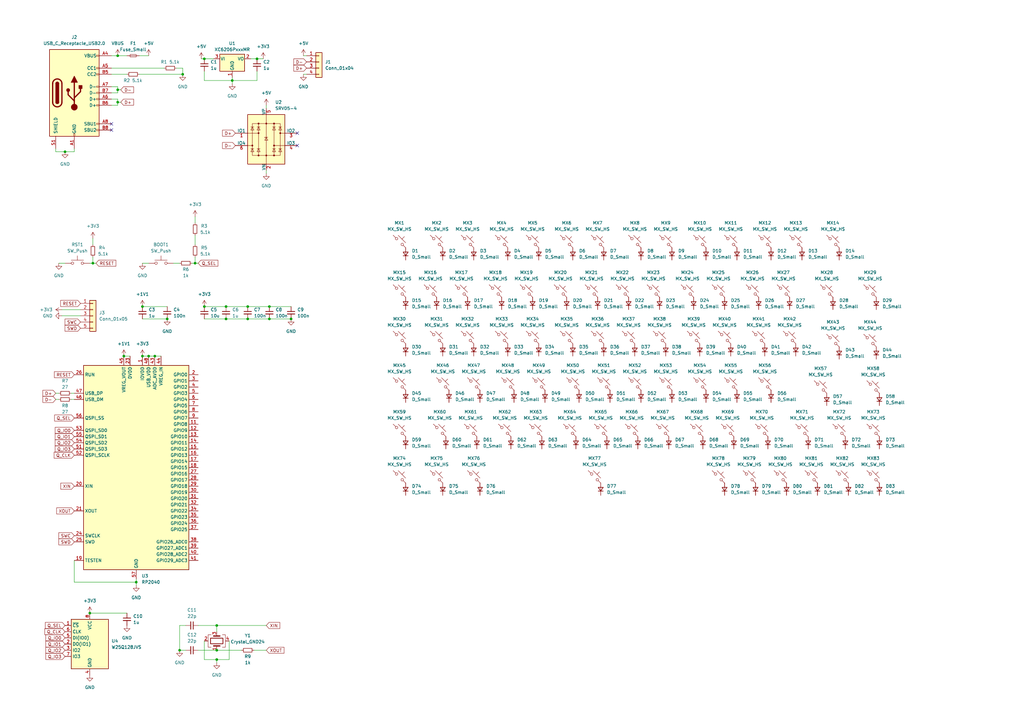
<source format=kicad_sch>
(kicad_sch (version 20230121) (generator eeschema)
  (paper "A3")
  (junction (at 88.9 270.51))
  (junction (at 58.42 125.73))
  (junction (at 48.26 41.91))
  (junction (at 92.71 125.73))
  (junction (at 38.1 107.95))
  (junction (at 60.96 146.05))
  (junction (at 88.9 256.54))
  (junction (at 83.82 125.73))
  (junction (at 110.49 130.81))
  (junction (at 119.38 130.81))
  (junction (at 26.67 62.23))
  (junction (at 73.66 266.7))
  (junction (at 105.41 24.13))
  (junction (at 68.58 130.81))
  (junction (at 63.5 146.05))
  (junction (at 101.6 125.73))
  (junction (at 58.42 146.05))
  (junction (at 88.9 266.7))
  (junction (at 74.93 30.48))
  (junction (at 48.26 22.86))
  (junction (at 83.82 24.13))
  (junction (at 92.71 130.81))
  (junction (at 55.88 238.76))
  (junction (at 101.6 130.81))
  (junction (at 80.01 107.95))
  (junction (at 36.83 251.46))
  (junction (at 110.49 125.73))
  (junction (at 50.8 146.05))
  (junction (at 48.26 36.83))
  (junction (at 95.25 33.02))
  (no_connect (at 45.72 53.34))
  (no_connect (at 45.72 50.8))
  (no_connect (at 121.92 54.61))
  (no_connect (at 121.92 59.69))
  (wire (pts (xy 74.93 30.48) (xy 57.15 30.48)))
  (wire (pts (xy 82.55 24.13) (xy 83.82 24.13)))
  (wire (pts (xy 22.86 62.23) (xy 26.67 62.23)))
  (wire (pts (xy 73.66 256.54) (xy 76.2 256.54)))
  (wire (pts (xy 80.01 96.52) (xy 80.01 100.33)))
  (wire (pts (xy 25.4 129.54) (xy 33.02 129.54)))
  (wire (pts (xy 105.41 24.13) (xy 107.95 24.13)))
  (wire (pts (xy 92.71 125.73) (xy 101.6 125.73)))
  (wire (pts (xy 109.22 71.12) (xy 109.22 69.85)))
  (wire (pts (xy 45.72 30.48) (xy 52.07 30.48)))
  (wire (pts (xy 83.82 24.13) (xy 87.63 24.13)))
  (wire (pts (xy 22.86 60.96) (xy 22.86 62.23)))
  (wire (pts (xy 48.26 43.18) (xy 45.72 43.18)))
  (wire (pts (xy 30.48 238.76) (xy 30.48 229.87)))
  (wire (pts (xy 55.88 237.49) (xy 55.88 238.76)))
  (wire (pts (xy 88.9 266.7) (xy 99.06 266.7)))
  (wire (pts (xy 58.42 146.05) (xy 60.96 146.05)))
  (wire (pts (xy 72.39 27.94) (xy 74.93 27.94)))
  (wire (pts (xy 83.82 33.02) (xy 95.25 33.02)))
  (wire (pts (xy 26.67 62.23) (xy 30.48 62.23)))
  (wire (pts (xy 95.25 33.02) (xy 95.25 31.75)))
  (wire (pts (xy 105.41 33.02) (xy 105.41 29.21)))
  (wire (pts (xy 48.26 22.86) (xy 52.07 22.86)))
  (wire (pts (xy 58.42 125.73) (xy 68.58 125.73)))
  (wire (pts (xy 73.66 266.7) (xy 73.66 256.54)))
  (wire (pts (xy 109.22 43.18) (xy 109.22 44.45)))
  (wire (pts (xy 78.74 107.95) (xy 80.01 107.95)))
  (wire (pts (xy 92.71 130.81) (xy 101.6 130.81)))
  (wire (pts (xy 63.5 146.05) (xy 66.04 146.05)))
  (wire (pts (xy 80.01 105.41) (xy 80.01 107.95)))
  (wire (pts (xy 29.21 163.83) (xy 30.48 163.83)))
  (wire (pts (xy 80.01 88.9) (xy 80.01 91.44)))
  (wire (pts (xy 22.86 161.29) (xy 24.13 161.29)))
  (wire (pts (xy 83.82 270.51) (xy 83.82 262.89)))
  (wire (pts (xy 25.4 127) (xy 33.02 127)))
  (wire (pts (xy 55.88 238.76) (xy 55.88 240.03)))
  (wire (pts (xy 48.26 36.83) (xy 48.26 38.1)))
  (wire (pts (xy 39.37 107.95) (xy 38.1 107.95)))
  (wire (pts (xy 95.25 33.02) (xy 105.41 33.02)))
  (wire (pts (xy 110.49 130.81) (xy 119.38 130.81)))
  (wire (pts (xy 38.1 107.95) (xy 36.83 107.95)))
  (wire (pts (xy 124.46 30.48) (xy 125.73 30.48)))
  (wire (pts (xy 76.2 266.7) (xy 73.66 266.7)))
  (wire (pts (xy 74.93 27.94) (xy 74.93 30.48)))
  (wire (pts (xy 55.88 238.76) (xy 30.48 238.76)))
  (wire (pts (xy 50.8 146.05) (xy 53.34 146.05)))
  (wire (pts (xy 83.82 125.73) (xy 92.71 125.73)))
  (wire (pts (xy 101.6 130.81) (xy 110.49 130.81)))
  (wire (pts (xy 60.96 146.05) (xy 63.5 146.05)))
  (wire (pts (xy 101.6 125.73) (xy 110.49 125.73)))
  (wire (pts (xy 93.98 270.51) (xy 88.9 270.51)))
  (wire (pts (xy 49.53 41.91) (xy 48.26 41.91)))
  (wire (pts (xy 48.26 41.91) (xy 48.26 43.18)))
  (wire (pts (xy 88.9 256.54) (xy 88.9 259.08)))
  (wire (pts (xy 29.21 161.29) (xy 30.48 161.29)))
  (wire (pts (xy 83.82 130.81) (xy 92.71 130.81)))
  (wire (pts (xy 88.9 271.78) (xy 88.9 270.51)))
  (wire (pts (xy 38.1 105.41) (xy 38.1 107.95)))
  (wire (pts (xy 45.72 22.86) (xy 48.26 22.86)))
  (wire (pts (xy 48.26 38.1) (xy 45.72 38.1)))
  (wire (pts (xy 45.72 40.64) (xy 48.26 40.64)))
  (wire (pts (xy 45.72 35.56) (xy 48.26 35.56)))
  (wire (pts (xy 49.53 36.83) (xy 48.26 36.83)))
  (wire (pts (xy 81.28 266.7) (xy 88.9 266.7)))
  (wire (pts (xy 88.9 256.54) (xy 109.22 256.54)))
  (wire (pts (xy 83.82 29.21) (xy 83.82 33.02)))
  (wire (pts (xy 88.9 270.51) (xy 83.82 270.51)))
  (wire (pts (xy 80.01 107.95) (xy 81.28 107.95)))
  (wire (pts (xy 104.14 266.7) (xy 109.22 266.7)))
  (wire (pts (xy 30.48 62.23) (xy 30.48 60.96)))
  (wire (pts (xy 45.72 27.94) (xy 67.31 27.94)))
  (wire (pts (xy 58.42 130.81) (xy 68.58 130.81)))
  (wire (pts (xy 24.13 107.95) (xy 26.67 107.95)))
  (wire (pts (xy 48.26 35.56) (xy 48.26 36.83)))
  (wire (pts (xy 95.25 34.29) (xy 95.25 33.02)))
  (wire (pts (xy 81.28 256.54) (xy 88.9 256.54)))
  (wire (pts (xy 48.26 40.64) (xy 48.26 41.91)))
  (wire (pts (xy 38.1 97.79) (xy 38.1 100.33)))
  (wire (pts (xy 58.42 107.95) (xy 60.96 107.95)))
  (wire (pts (xy 57.15 22.86) (xy 60.96 22.86)))
  (wire (pts (xy 22.86 163.83) (xy 24.13 163.83)))
  (wire (pts (xy 71.12 107.95) (xy 73.66 107.95)))
  (wire (pts (xy 110.49 125.73) (xy 119.38 125.73)))
  (wire (pts (xy 124.46 22.86) (xy 125.73 22.86)))
  (wire (pts (xy 102.87 24.13) (xy 105.41 24.13)))
  (wire (pts (xy 93.98 262.89) (xy 93.98 270.51)))
  (wire (pts (xy 36.83 251.46) (xy 52.07 251.46)))
  (global_label "Q_IO0" (shape input) (at 30.48 176.53 180) (property "Intersheetrefs" "${INTERSHEET_REFS}" (effects hide)))
  (global_label "D+" (shape input) (at 49.53 41.91 0) (property "Intersheetrefs" "${INTERSHEET_REFS}" (effects hide)))
  (global_label "RESET" (shape input) (at 33.02 124.46 180) (property "Intersheetrefs" "${INTERSHEET_REFS}" (effects hide)))
  (global_label "Q_CLK" (shape input) (at 30.48 186.69 180) (property "Intersheetrefs" "${INTERSHEET_REFS}" (effects hide)))
  (global_label "SWC" (shape input) (at 30.48 219.71 180) (property "Intersheetrefs" "${INTERSHEET_REFS}" (effects hide)))
  (global_label "SWD" (shape input) (at 30.48 222.25 180) (property "Intersheetrefs" "${INTERSHEET_REFS}" (effects hide)))
  (global_label "Q_IO2" (shape input) (at 30.48 181.61 180) (property "Intersheetrefs" "${INTERSHEET_REFS}" (effects hide)))
  (global_label "XIN" (shape input) (at 109.22 256.54 0) (property "Intersheetrefs" "${INTERSHEET_REFS}" (effects hide)))
  (global_label "XOUT" (shape input) (at 30.48 209.55 180) (property "Intersheetrefs" "${INTERSHEET_REFS}" (effects hide)))
  (global_label "SWC" (shape input) (at 33.02 132.08 180) (property "Intersheetrefs" "${INTERSHEET_REFS}" (effects hide)))
  (global_label "D-" (shape input) (at 22.86 163.83 180) (property "Intersheetrefs" "${INTERSHEET_REFS}" (effects hide)))
  (global_label "Q_SEL" (shape input) (at 81.28 107.95 0) (property "Intersheetrefs" "${INTERSHEET_REFS}" (effects hide)))
  (global_label "Q_IO0" (shape input) (at 26.67 261.62 180) (property "Intersheetrefs" "${INTERSHEET_REFS}" (effects hide)))
  (global_label "Q_IO3" (shape input) (at 26.67 269.24 180) (property "Intersheetrefs" "${INTERSHEET_REFS}" (effects hide)))
  (global_label "SWD" (shape input) (at 33.02 134.62 180) (property "Intersheetrefs" "${INTERSHEET_REFS}" (effects hide)))
  (global_label "XIN" (shape input) (at 30.48 199.39 180) (property "Intersheetrefs" "${INTERSHEET_REFS}" (effects hide)))
  (global_label "D-" (shape input) (at 96.52 59.69 180) (property "Intersheetrefs" "${INTERSHEET_REFS}" (effects hide)))
  (global_label "RESET" (shape input) (at 39.37 107.95 0) (property "Intersheetrefs" "${INTERSHEET_REFS}" (effects hide)))
  (global_label "Q_IO1" (shape input) (at 30.48 179.07 180) (property "Intersheetrefs" "${INTERSHEET_REFS}" (effects hide)))
  (global_label "XOUT" (shape input) (at 109.22 266.7 0) (property "Intersheetrefs" "${INTERSHEET_REFS}" (effects hide)))
  (global_label "Q_IO2" (shape input) (at 26.67 266.7 180) (property "Intersheetrefs" "${INTERSHEET_REFS}" (effects hide)))
  (global_label "D-" (shape input) (at 49.53 36.83 0) (property "Intersheetrefs" "${INTERSHEET_REFS}" (effects hide)))
  (global_label "Q_SEL" (shape input) (at 26.67 256.54 180) (property "Intersheetrefs" "${INTERSHEET_REFS}" (effects hide)))
  (global_label "D-" (shape input) (at 125.73 25.4 180) (property "Intersheetrefs" "${INTERSHEET_REFS}" (effects hide)))
  (global_label "D+" (shape input) (at 125.73 27.94 180) (property "Intersheetrefs" "${INTERSHEET_REFS}" (effects hide)))
  (global_label "D+" (shape input) (at 96.52 54.61 180) (property "Intersheetrefs" "${INTERSHEET_REFS}" (effects hide)))
  (global_label "Q_CLK" (shape input) (at 26.67 259.08 180) (property "Intersheetrefs" "${INTERSHEET_REFS}" (effects hide)))
  (global_label "Q_SEL" (shape input) (at 30.48 171.45 180) (property "Intersheetrefs" "${INTERSHEET_REFS}" (effects hide)))
  (global_label "Q_IO1" (shape input) (at 26.67 264.16 180) (property "Intersheetrefs" "${INTERSHEET_REFS}" (effects hide)))
  (global_label "D+" (shape input) (at 22.86 161.29 180) (property "Intersheetrefs" "${INTERSHEET_REFS}" (effects hide)))
  (global_label "Q_IO3" (shape input) (at 30.48 184.15 180) (property "Intersheetrefs" "${INTERSHEET_REFS}" (effects hide)))
  (global_label "RESET" (shape input) (at 30.48 153.67 180) (property "Intersheetrefs" "${INTERSHEET_REFS}" (effects hide)))
  (symbol (lib_id "Device:D_Small") (at 274.32 181.61 90) (unit 1)
    (property "Reference" "D67" (at 276.86 180.34 90) (effects (justify right)))
    (property "Value" "D_Small" (at 276.86 182.88 90) (effects (justify right)))
    (property "Sim.Device" "D" (effects hide))
    (property "Sim.Pins" "1=K 2=A" (effects hide))
  )
  (symbol (lib_id "PCM_marbastlib-mx:MX_SW_HS") (at 246.38 176.53 0) (unit 1)
    (property "Reference" "MX65" (at 246.38 168.91 0))
    (property "Value" "MX_SW_HS" (at 246.38 171.45 0))
    (property "Footprint" "PCM_marbastlib-mx:SW_MX_HS_1u" (effects hide))
  )
  (symbol (lib_id "Device:C_Small") (at 78.74 256.54 270) (unit 1)
    (property "Reference" "C11" (at 78.7336 250.19 90))
    (property "Value" "22p" (at 78.7336 252.73 90))
  )
  (symbol (lib_id "PCM_marbastlib-mx:MX_SW_HS") (at 163.83 176.53 0) (unit 1)
    (property "Reference" "MX59" (at 163.83 168.91 0))
    (property "Value" "MX_SW_HS" (at 163.83 171.45 0))
    (property "Footprint" "PCM_marbastlib-mx:SW_MX_HS_1u" (effects hide))
  )
  (symbol (lib_id "Device:D_Small") (at 166.37 143.51 90) (unit 1)
    (property "Reference" "D30" (at 168.91 142.24 90) (effects (justify right)))
    (property "Value" "D_Small" (at 168.91 144.78 90) (effects (justify right)))
    (property "Sim.Device" "D" (effects hide))
    (property "Sim.Pins" "1=K 2=A" (effects hide))
  )
  (symbol (lib_id "PCM_marbastlib-mx:MX_SW_HS") (at 205.74 138.43 0) (unit 1)
    (property "Reference" "MX33" (at 205.74 130.81 0))
    (property "Value" "MX_SW_HS" (at 205.74 133.35 0))
    (property "Footprint" "PCM_marbastlib-mx:SW_MX_HS_1u" (effects hide))
  )
  (symbol (lib_id "Connector_Generic:Conn_01x05") (at 38.1 129.54 0) (unit 1)
    (property "Reference" "J3" (at 40.64 128.27 0) (effects (justify left)))
    (property "Value" "Conn_01x05" (at 40.64 130.81 0) (effects (justify left)))
  )
  (symbol (lib_id "PCM_marbastlib-mx:MX_SW_HS") (at 203.2 119.38 0) (unit 1)
    (property "Reference" "MX18" (at 203.2 111.76 0))
    (property "Value" "MX_SW_HS" (at 203.2 114.3 0))
    (property "Footprint" "PCM_marbastlib-mx:SW_MX_HS_1u" (effects hide))
  )
  (symbol (lib_id "Device:D_Small") (at 331.47 181.61 90) (unit 1)
    (property "Reference" "D71" (at 334.01 180.34 90) (effects (justify right)))
    (property "Value" "D_Small" (at 334.01 182.88 90) (effects (justify right)))
    (property "Sim.Device" "D" (effects hide))
    (property "Sim.Pins" "1=K 2=A" (effects hide))
  )
  (symbol (lib_id "PCM_marbastlib-mx:MX_SW_HS") (at 219.71 176.53 0) (unit 1)
    (property "Reference" "MX63" (at 219.71 168.91 0))
    (property "Value" "MX_SW_HS" (at 219.71 171.45 0))
    (property "Footprint" "PCM_marbastlib-mx:SW_MX_HS_1u" (effects hide))
  )
  (symbol (lib_id "PCM_marbastlib-mx:MX_SW_HS") (at 191.77 99.06 0) (unit 1)
    (property "Reference" "MX3" (at 191.77 91.44 0))
    (property "Value" "MX_SW_HS" (at 191.77 93.98 0))
    (property "Footprint" "PCM_marbastlib-mx:SW_MX_HS_1u" (effects hide))
  )
  (symbol (lib_id "PCM_marbastlib-mx:MX_SW_HS") (at 356.87 119.38 0) (unit 1)
    (property "Reference" "MX29" (at 356.87 111.76 0))
    (property "Value" "MX_SW_HS" (at 356.87 114.3 0))
    (property "Footprint" "PCM_marbastlib-mx:SW_MX_HS_1u" (effects hide))
  )
  (symbol (lib_id "Device:D_Small") (at 275.59 162.56 90) (unit 1)
    (property "Reference" "D53" (at 278.13 161.29 90) (effects (justify right)))
    (property "Value" "D_Small" (at 278.13 163.83 90) (effects (justify right)))
    (property "Sim.Device" "D" (effects hide))
    (property "Sim.Pins" "1=K 2=A" (effects hide))
  )
  (symbol (lib_id "PCM_marbastlib-mx:MX_SW_HS") (at 194.31 195.58 0) (unit 1)
    (property "Reference" "MX76" (at 194.31 187.96 0))
    (property "Value" "MX_SW_HS" (at 194.31 190.5 0))
    (property "Footprint" "PCM_marbastlib-mx:SW_MX_HS_1u" (effects hide))
  )
  (symbol (lib_id "PCM_marbastlib-mx:MX_SW_HS") (at 308.61 119.38 0) (unit 1)
    (property "Reference" "MX26" (at 308.61 111.76 0))
    (property "Value" "MX_SW_HS" (at 308.61 114.3 0))
    (property "Footprint" "PCM_marbastlib-mx:SW_MX_HS_1u" (effects hide))
  )
  (symbol (lib_id "Device:D_Small") (at 181.61 200.66 90) (unit 1)
    (property "Reference" "D75" (at 184.15 199.39 90) (effects (justify right)))
    (property "Value" "D_Small" (at 184.15 201.93 90) (effects (justify right)))
    (property "Sim.Device" "D" (effects hide))
    (property "Sim.Pins" "1=K 2=A" (effects hide))
  )
  (symbol (lib_id "PCM_marbastlib-mx:MX_SW_HS") (at 299.72 99.06 0) (unit 1)
    (property "Reference" "MX11" (at 299.72 91.44 0))
    (property "Value" "MX_SW_HS" (at 299.72 93.98 0))
    (property "Footprint" "PCM_marbastlib-mx:SW_MX_HS_1u" (effects hide))
  )
  (symbol (lib_id "Device:D_Small") (at 323.85 124.46 90) (unit 1)
    (property "Reference" "D27" (at 326.39 123.19 90) (effects (justify right)))
    (property "Value" "D_Small" (at 326.39 125.73 90) (effects (justify right)))
    (property "Sim.Device" "D" (effects hide))
    (property "Sim.Pins" "1=K 2=A" (effects hide))
  )
  (symbol (lib_id "PCM_marbastlib-mx:MX_SW_HS") (at 332.74 195.58 0) (unit 1)
    (property "Reference" "MX81" (at 332.74 187.96 0))
    (property "Value" "MX_SW_HS" (at 332.74 190.5 0))
    (property "Footprint" "PCM_marbastlib-mx:SW_MX_HS_1u" (effects hide))
  )
  (symbol (lib_id "Device:D_Small") (at 287.02 143.51 90) (unit 1)
    (property "Reference" "D39" (at 289.56 142.24 90) (effects (justify right)))
    (property "Value" "D_Small" (at 289.56 144.78 90) (effects (justify right)))
    (property "Sim.Device" "D" (effects hide))
    (property "Sim.Pins" "1=K 2=A" (effects hide))
  )
  (symbol (lib_id "power:GND") (at 36.83 276.86 0) (unit 1)
    (property "Reference" "#PWR029" (effects hide))
    (property "Value" "GND" (at 36.83 281.94 0))
  )
  (symbol (lib_id "PCM_marbastlib-mx:MX_SW_HS") (at 271.78 176.53 0) (unit 1)
    (property "Reference" "MX67" (at 271.78 168.91 0))
    (property "Value" "MX_SW_HS" (at 271.78 171.45 0))
    (property "Footprint" "PCM_marbastlib-mx:SW_MX_HS_1u" (effects hide))
  )
  (symbol (lib_id "PCM_marbastlib-mx:MX_SW_HS") (at 312.42 176.53 0) (unit 1)
    (property "Reference" "MX70" (at 312.42 168.91 0))
    (property "Value" "MX_SW_HS" (at 312.42 171.45 0))
    (property "Footprint" "PCM_marbastlib-mx:SW_MX_HS_1u" (effects hide))
  )
  (symbol (lib_id "PCM_marbastlib-mx:MX_SW_HS") (at 358.14 195.58 0) (unit 1)
    (property "Reference" "MX83" (at 358.14 187.96 0))
    (property "Value" "MX_SW_HS" (at 358.14 190.5 0))
    (property "Footprint" "PCM_marbastlib-mx:SW_MX_HS_1u" (effects hide))
  )
  (symbol (lib_id "Device:D_Small") (at 262.89 162.56 90) (unit 1)
    (property "Reference" "D52" (at 265.43 161.29 90) (effects (justify right)))
    (property "Value" "D_Small" (at 265.43 163.83 90) (effects (justify right)))
    (property "Sim.Device" "D" (effects hide))
    (property "Sim.Pins" "1=K 2=A" (effects hide))
  )
  (symbol (lib_id "Device:D_Small") (at 191.77 124.46 90) (unit 1)
    (property "Reference" "D17" (at 194.31 123.19 90) (effects (justify right)))
    (property "Value" "D_Small" (at 194.31 125.73 90) (effects (justify right)))
    (property "Sim.Device" "D" (effects hide))
    (property "Sim.Pins" "1=K 2=A" (effects hide))
  )
  (symbol (lib_id "Device:D_Small") (at 232.41 124.46 90) (unit 1)
    (property "Reference" "D20" (at 234.95 123.19 90) (effects (justify right)))
    (property "Value" "D_Small" (at 234.95 125.73 90) (effects (justify right)))
    (property "Sim.Device" "D" (effects hide))
    (property "Sim.Pins" "1=K 2=A" (effects hide))
  )
  (symbol (lib_id "Device:C_Small") (at 92.71 128.27 0) (unit 1)
    (property "Reference" "C6" (at 95.25 127.0063 0) (effects (justify left)))
    (property "Value" "1u" (at 95.25 129.5463 0) (effects (justify left)))
  )
  (symbol (lib_id "Device:D_Small") (at 297.18 124.46 90) (unit 1)
    (property "Reference" "D25" (at 299.72 123.19 90) (effects (justify right)))
    (property "Value" "D_Small" (at 299.72 125.73 90) (effects (justify right)))
    (property "Sim.Device" "D" (effects hide))
    (property "Sim.Pins" "1=K 2=A" (effects hide))
  )
  (symbol (lib_id "Device:D_Small") (at 246.38 200.66 90) (unit 1)
    (property "Reference" "D77" (at 248.92 199.39 90) (effects (justify right)))
    (property "Value" "D_Small" (at 248.92 201.93 90) (effects (justify right)))
    (property "Sim.Device" "D" (effects hide))
    (property "Sim.Pins" "1=K 2=A" (effects hide))
  )
  (symbol (lib_id "PCM_marbastlib-mx:MX_SW_HS") (at 181.61 157.48 0) (unit 1)
    (property "Reference" "MX46" (at 181.61 149.86 0))
    (property "Value" "MX_SW_HS" (at 181.61 152.4 0))
    (property "Footprint" "PCM_marbastlib-mx:SW_MX_HS_1u" (effects hide))
  )
  (symbol (lib_id "Memory_Flash:W25Q128JVS") (at 36.83 264.16 0) (unit 1)
    (property "Reference" "U4" (at 45.72 262.89 0) (effects (justify left)))
    (property "Value" "W25Q128JVS" (at 45.72 265.43 0) (effects (justify left)))
    (property "Footprint" "Package_SO:SOIC-8_5.23x5.23mm_P1.27mm" (effects hide))
    (property "Datasheet" "http://www.winbond.com/resource-files/w25q128jv_dtr%20revc%2003272018%20plus.pdf" (effects hide))
  )
  (symbol (lib_id "Device:D_Small") (at 245.11 124.46 90) (unit 1)
    (property "Reference" "D21" (at 247.65 123.19 90) (effects (justify right)))
    (property "Value" "D_Small" (at 247.65 125.73 90) (effects (justify right)))
    (property "Sim.Device" "D" (effects hide))
    (property "Sim.Pins" "1=K 2=A" (effects hide))
  )
  (symbol (lib_id "power:+5V") (at 82.55 24.13 0) (unit 1)
    (property "Reference" "#PWR04" (effects hide))
    (property "Value" "+5V" (at 82.55 19.05 0))
  )
  (symbol (lib_id "PCM_marbastlib-mx:MX_SW_HS") (at 298.45 176.53 0) (unit 1)
    (property "Reference" "MX69" (at 298.45 168.91 0))
    (property "Value" "MX_SW_HS" (at 298.45 171.45 0))
    (property "Footprint" "PCM_marbastlib-mx:SW_MX_HS_1u" (effects hide))
  )
  (symbol (lib_id "PCM_marbastlib-mx:MX_SW_HS") (at 208.28 157.48 0) (unit 1)
    (property "Reference" "MX48" (at 208.28 149.86 0))
    (property "Value" "MX_SW_HS" (at 208.28 152.4 0))
    (property "Footprint" "PCM_marbastlib-mx:SW_MX_HS_1u" (effects hide))
  )
  (symbol (lib_id "Device:D_Small") (at 316.23 104.14 90) (unit 1)
    (property "Reference" "D12" (at 318.77 102.87 90) (effects (justify right)))
    (property "Value" "D_Small" (at 318.77 105.41 90) (effects (justify right)))
    (property "Sim.Device" "D" (effects hide))
    (property "Sim.Pins" "1=K 2=A" (effects hide))
  )
  (symbol (lib_id "PCM_marbastlib-mx:MX_SW_HS") (at 260.35 157.48 0) (unit 1)
    (property "Reference" "MX52" (at 260.35 149.86 0))
    (property "Value" "MX_SW_HS" (at 260.35 152.4 0))
    (property "Footprint" "PCM_marbastlib-mx:SW_MX_HS_1u" (effects hide))
  )
  (symbol (lib_id "Device:D_Small") (at 341.63 124.46 90) (unit 1)
    (property "Reference" "D28" (at 344.17 123.19 90) (effects (justify right)))
    (property "Value" "D_Small" (at 344.17 125.73 90) (effects (justify right)))
    (property "Sim.Device" "D" (effects hide))
    (property "Sim.Pins" "1=K 2=A" (effects hide))
  )
  (symbol (lib_id "power:+5V") (at 60.96 22.86 0) (unit 1)
    (property "Reference" "#PWR02" (effects hide))
    (property "Value" "+5V" (at 60.96 17.78 0))
  )
  (symbol (lib_id "PCM_marbastlib-mx:MX_SW_HS") (at 218.44 138.43 0) (unit 1)
    (property "Reference" "MX34" (at 218.44 130.81 0))
    (property "Value" "MX_SW_HS" (at 218.44 133.35 0))
    (property "Footprint" "PCM_marbastlib-mx:SW_MX_HS_1u" (effects hide))
  )
  (symbol (lib_id "Device:D_Small") (at 248.92 181.61 90) (unit 1)
    (property "Reference" "D65" (at 251.46 180.34 90) (effects (justify right)))
    (property "Value" "D_Small" (at 251.46 182.88 90) (effects (justify right)))
    (property "Sim.Device" "D" (effects hide))
    (property "Sim.Pins" "1=K 2=A" (effects hide))
  )
  (symbol (lib_id "Device:D_Small") (at 309.88 200.66 90) (unit 1)
    (property "Reference" "D79" (at 312.42 199.39 90) (effects (justify right)))
    (property "Value" "D_Small" (at 312.42 201.93 90) (effects (justify right)))
    (property "Sim.Device" "D" (effects hide))
    (property "Sim.Pins" "1=K 2=A" (effects hide))
  )
  (symbol (lib_id "PCM_marbastlib-mx:MX_SW_HS") (at 336.55 158.75 0) (unit 1)
    (property "Reference" "MX57" (at 336.55 151.13 0))
    (property "Value" "MX_SW_HS" (at 336.55 153.67 0))
    (property "Footprint" "PCM_marbastlib-mx:SW_MX_HS_1u" (effects hide))
  )
  (symbol (lib_id "PCM_marbastlib-mx:MX_SW_HS") (at 260.35 99.06 0) (unit 1)
    (property "Reference" "MX8" (at 260.35 91.44 0))
    (property "Value" "MX_SW_HS" (at 260.35 93.98 0))
    (property "Footprint" "PCM_marbastlib-mx:SW_MX_HS_1u" (effects hide))
  )
  (symbol (lib_id "power:+3V3") (at 83.82 125.73 0) (unit 1)
    (property "Reference" "#PWR017" (effects hide))
    (property "Value" "+3V3" (at 83.82 120.65 0))
  )
  (symbol (lib_id "PCM_marbastlib-mx:MX_SW_HS") (at 313.69 157.48 0) (unit 1)
    (property "Reference" "MX56" (at 313.69 149.86 0))
    (property "Value" "MX_SW_HS" (at 313.69 152.4 0))
    (property "Footprint" "PCM_marbastlib-mx:SW_MX_HS_1u" (effects hide))
  )
  (symbol (lib_id "power:+3V3") (at 107.95 24.13 0) (mirror y) (unit 1)
    (property "Reference" "#PWR05" (effects hide))
    (property "Value" "+3V3" (at 107.95 19.05 0))
  )
  (symbol (lib_id "Device:D_Small") (at 273.05 143.51 90) (unit 1)
    (property "Reference" "D38" (at 275.59 142.24 90) (effects (justify right)))
    (property "Value" "D_Small" (at 275.59 144.78 90) (effects (justify right)))
    (property "Sim.Device" "D" (effects hide))
    (property "Sim.Pins" "1=K 2=A" (effects hide))
  )
  (symbol (lib_id "PCM_marbastlib-mx:MX_SW_HS") (at 356.87 139.7 0) (unit 1)
    (property "Reference" "MX44" (at 356.87 132.08 0))
    (property "Value" "MX_SW_HS" (at 356.87 134.62 0))
    (property "Footprint" "PCM_marbastlib-mx:SW_MX_HS_1u" (effects hide))
  )
  (symbol (lib_id "power:GND") (at 74.93 30.48 0) (unit 1)
    (property "Reference" "#PWR06" (effects hide))
    (property "Value" "GND" (at 74.93 35.56 0))
  )
  (symbol (lib_id "PCM_marbastlib-mx:MX_SW_HS") (at 215.9 119.38 0) (unit 1)
    (property "Reference" "MX19" (at 215.9 111.76 0))
    (property "Value" "MX_SW_HS" (at 215.9 114.3 0))
    (property "Footprint" "PCM_marbastlib-mx:SW_MX_HS_1u" (effects hide))
  )
  (symbol (lib_id "Device:D_Small") (at 179.07 124.46 90) (unit 1)
    (property "Reference" "D16" (at 181.61 123.19 90) (effects (justify right)))
    (property "Value" "D_Small" (at 181.61 125.73 90) (effects (justify right)))
    (property "Sim.Device" "D" (effects hide))
    (property "Sim.Pins" "1=K 2=A" (effects hide))
  )
  (symbol (lib_id "Device:D_Small") (at 196.85 200.66 90) (unit 1)
    (property "Reference" "D76" (at 199.39 199.39 90) (effects (justify right)))
    (property "Value" "D_Small" (at 199.39 201.93 90) (effects (justify right)))
    (property "Sim.Device" "D" (effects hide))
    (property "Sim.Pins" "1=K 2=A" (effects hide))
  )
  (symbol (lib_id "power:GND") (at 124.46 30.48 0) (unit 1)
    (property "Reference" "#PWR07" (effects hide))
    (property "Value" "GND" (at 124.46 35.56 0))
  )
  (symbol (lib_id "Device:D_Small") (at 195.58 181.61 90) (unit 1)
    (property "Reference" "D61" (at 198.12 180.34 90) (effects (justify right)))
    (property "Value" "D_Small" (at 198.12 182.88 90) (effects (justify right)))
    (property "Sim.Device" "D" (effects hide))
    (property "Sim.Pins" "1=K 2=A" (effects hide))
  )
  (symbol (lib_id "Device:C_Small") (at 110.49 128.27 0) (unit 1)
    (property "Reference" "C8" (at 113.03 127.0063 0) (effects (justify left)))
    (property "Value" "100n" (at 113.03 129.5463 0) (effects (justify left)))
  )
  (symbol (lib_id "PCM_marbastlib-various:SRV05-4") (at 109.22 57.15 0) (unit 1)
    (property "Reference" "U2" (at 112.8461 41.91 0) (effects (justify left)))
    (property "Value" "SRV05-4" (at 112.8461 44.45 0) (effects (justify left)))
    (property "Footprint" "PCM_marbastlib-various:SOT-23-6-routable" (effects hide))
    (property "Datasheet" "http://www.onsemi.com/pub/Collateral/SRV05-4-D.PDF" (effects hide))
  )
  (symbol (lib_id "Device:D_Small") (at 360.68 163.83 90) (unit 1)
    (property "Reference" "D58" (at 363.22 162.56 90) (effects (justify right)))
    (property "Value" "D_Small" (at 363.22 165.1 90) (effects (justify right)))
    (property "Sim.Device" "D" (effects hide))
    (property "Sim.Pins" "1=K 2=A" (effects hide))
  )
  (symbol (lib_id "PCM_marbastlib-mx:MX_SW_HS") (at 320.04 195.58 0) (unit 1)
    (property "Reference" "MX80" (at 320.04 187.96 0))
    (property "Value" "MX_SW_HS" (at 320.04 190.5 0))
    (property "Footprint" "PCM_marbastlib-mx:SW_MX_HS_1u" (effects hide))
  )
  (symbol (lib_id "PCM_marbastlib-mx:MX_SW_HS") (at 299.72 157.48 0) (unit 1)
    (property "Reference" "MX55" (at 299.72 149.86 0))
    (property "Value" "MX_SW_HS" (at 299.72 152.4 0))
    (property "Footprint" "PCM_marbastlib-mx:SW_MX_HS_1u" (effects hide))
  )
  (symbol (lib_id "Device:D_Small") (at 360.68 200.66 90) (unit 1)
    (property "Reference" "D83" (at 363.22 199.39 90) (effects (justify right)))
    (property "Value" "D_Small" (at 363.22 201.93 90) (effects (justify right)))
    (property "Sim.Device" "D" (effects hide))
    (property "Sim.Pins" "1=K 2=A" (effects hide))
  )
  (symbol (lib_id "Device:Fuse_Small") (at 54.61 22.86 0) (unit 1)
    (property "Reference" "F1" (at 54.61 17.78 0))
    (property "Value" "Fuse_Small" (at 54.61 20.32 0))
  )
  (symbol (lib_id "PCM_marbastlib-mx:MX_SW_HS") (at 323.85 138.43 0) (unit 1)
    (property "Reference" "MX42" (at 323.85 130.81 0))
    (property "Value" "MX_SW_HS" (at 323.85 133.35 0))
    (property "Footprint" "PCM_marbastlib-mx:SW_MX_HS_1u" (effects hide))
  )
  (symbol (lib_id "PCM_marbastlib-mx:MX_SW_HS") (at 294.64 195.58 0) (unit 1)
    (property "Reference" "MX78" (at 294.64 187.96 0))
    (property "Value" "MX_SW_HS" (at 294.64 190.5 0))
    (property "Footprint" "PCM_marbastlib-mx:SW_MX_HS_1u" (effects hide))
  )
  (symbol (lib_id "PCM_marbastlib-mx:MX_SW_HS") (at 245.11 99.06 0) (unit 1)
    (property "Reference" "MX7" (at 245.11 91.44 0))
    (property "Value" "MX_SW_HS" (at 245.11 93.98 0))
    (property "Footprint" "PCM_marbastlib-mx:SW_MX_HS_1u" (effects hide))
  )
  (symbol (lib_id "Device:D_Small") (at 234.95 104.14 90) (unit 1)
    (property "Reference" "D6" (at 237.49 102.87 90) (effects (justify right)))
    (property "Value" "D_Small" (at 237.49 105.41 90) (effects (justify right)))
    (property "Sim.Device" "D" (effects hide))
    (property "Sim.Pins" "1=K 2=A" (effects hide))
  )
  (symbol (lib_id "Device:C_Small") (at 58.42 128.27 0) (unit 1)
    (property "Reference" "C3" (at 60.96 127.0063 0) (effects (justify left)))
    (property "Value" "1u" (at 60.96 129.5463 0) (effects (justify left)))
  )
  (symbol (lib_id "power:GND") (at 68.58 130.81 0) (unit 1)
    (property "Reference" "#PWR020" (effects hide))
    (property "Value" "GND" (at 68.58 135.89 0))
  )
  (symbol (lib_id "PCM_marbastlib-mx:MX_SW_HS") (at 307.34 195.58 0) (unit 1)
    (property "Reference" "MX79" (at 307.34 187.96 0))
    (property "Value" "MX_SW_HS" (at 307.34 190.5 0))
    (property "Footprint" "PCM_marbastlib-mx:SW_MX_HS_1u" (effects hide))
  )
  (symbol (lib_id "Device:D_Small") (at 300.99 181.61 90) (unit 1)
    (property "Reference" "D69" (at 303.53 180.34 90) (effects (justify right)))
    (property "Value" "D_Small" (at 303.53 182.88 90) (effects (justify right)))
    (property "Sim.Device" "D" (effects hide))
    (property "Sim.Pins" "1=K 2=A" (effects hide))
  )
  (symbol (lib_id "PCM_marbastlib-mx:MX_SW_HS") (at 179.07 138.43 0) (unit 1)
    (property "Reference" "MX31" (at 179.07 130.81 0))
    (property "Value" "MX_SW_HS" (at 179.07 133.35 0))
    (property "Footprint" "PCM_marbastlib-mx:SW_MX_HS_1u" (effects hide))
  )
  (symbol (lib_id "Device:D_Small") (at 250.19 162.56 90) (unit 1)
    (property "Reference" "D51" (at 252.73 161.29 90) (effects (justify right)))
    (property "Value" "D_Small" (at 252.73 163.83 90) (effects (justify right)))
    (property "Sim.Device" "D" (effects hide))
    (property "Sim.Pins" "1=K 2=A" (effects hide))
  )
  (symbol (lib_id "Device:D_Small") (at 194.31 143.51 90) (unit 1)
    (property "Reference" "D32" (at 196.85 142.24 90) (effects (justify right)))
    (property "Value" "D_Small" (at 196.85 144.78 90) (effects (justify right)))
    (property "Sim.Device" "D" (effects hide))
    (property "Sim.Pins" "1=K 2=A" (effects hide))
  )
  (symbol (lib_id "PCM_marbastlib-mx:MX_SW_HS") (at 326.39 99.06 0) (unit 1)
    (property "Reference" "MX13" (at 326.39 91.44 0))
    (property "Value" "MX_SW_HS" (at 326.39 93.98 0))
    (property "Footprint" "PCM_marbastlib-mx:SW_MX_HS_1u" (effects hide))
  )
  (symbol (lib_id "Device:R_Small") (at 80.01 93.98 180) (unit 1)
    (property "Reference" "R3" (at 85.09 92.71 0) (effects (justify left)))
    (property "Value" "5.1k" (at 86.36 95.25 0) (effects (justify left)))
  )
  (symbol (lib_id "power:GND") (at 26.67 62.23 0) (unit 1)
    (property "Reference" "#PWR010" (effects hide))
    (property "Value" "GND" (at 26.67 67.31 0))
  )
  (symbol (lib_id "Device:D_Small") (at 237.49 162.56 90) (unit 1)
    (property "Reference" "D50" (at 240.03 161.29 90) (effects (justify right)))
    (property "Value" "D_Small" (at 240.03 163.83 90) (effects (justify right)))
    (property "Sim.Device" "D" (effects hide))
    (property "Sim.Pins" "1=K 2=A" (effects hide))
  )
  (symbol (lib_id "Device:D_Small") (at 194.31 104.14 90) (unit 1)
    (property "Reference" "D3" (at 196.85 102.87 90) (effects (justify right)))
    (property "Value" "D_Small" (at 196.85 105.41 90) (effects (justify right)))
    (property "Sim.Device" "D" (effects hide))
    (property "Sim.Pins" "1=K 2=A" (effects hide))
  )
  (symbol (lib_id "PCM_marbastlib-mx:MX_SW_HS") (at 285.75 176.53 0) (unit 1)
    (property "Reference" "MX68" (at 285.75 168.91 0))
    (property "Value" "MX_SW_HS" (at 285.75 171.45 0))
    (property "Footprint" "PCM_marbastlib-mx:SW_MX_HS_1u" (effects hide))
  )
  (symbol (lib_id "Device:D_Small") (at 234.95 143.51 90) (unit 1)
    (property "Reference" "D35" (at 237.49 142.24 90) (effects (justify right)))
    (property "Value" "D_Small" (at 237.49 144.78 90) (effects (justify right)))
    (property "Sim.Device" "D" (effects hide))
    (property "Sim.Pins" "1=K 2=A" (effects hide))
  )
  (symbol (lib_id "Device:D_Small") (at 181.61 104.14 90) (unit 1)
    (property "Reference" "D2" (at 184.15 102.87 90) (effects (justify right)))
    (property "Value" "D_Small" (at 184.15 105.41 90) (effects (justify right)))
    (property "Sim.Device" "D" (effects hide))
    (property "Sim.Pins" "1=K 2=A" (effects hide))
  )
  (symbol (lib_id "power:GND") (at 58.42 107.95 0) (unit 1)
    (property "Reference" "#PWR015" (effects hide))
    (property "Value" "GND" (at 58.42 113.03 0))
  )
  (symbol (lib_id "power:GND") (at 73.66 266.7 0) (unit 1)
    (property "Reference" "#PWR027" (effects hide))
    (property "Value" "GND" (at 73.66 271.78 0))
  )
  (symbol (lib_id "Device:D_Small") (at 311.15 124.46 90) (unit 1)
    (property "Reference" "D26" (at 313.69 123.19 90) (effects (justify right)))
    (property "Value" "D_Small" (at 313.69 125.73 90) (effects (justify right)))
    (property "Sim.Device" "D" (effects hide))
    (property "Sim.Pins" "1=K 2=A" (effects hide))
  )
  (symbol (lib_id "power:+5V") (at 124.46 22.86 0) (unit 1)
    (property "Reference" "#PWR03" (effects hide))
    (property "Value" "+5V" (at 124.46 17.78 0))
  )
  (symbol (lib_id "PCM_marbastlib-mx:MX_SW_HS") (at 273.05 99.06 0) (unit 1)
    (property "Reference" "MX9" (at 273.05 91.44 0))
    (property "Value" "MX_SW_HS" (at 273.05 93.98 0))
    (property "Footprint" "PCM_marbastlib-mx:SW_MX_HS_1u" (effects hide))
  )
  (symbol (lib_id "Device:D_Small") (at 359.41 144.78 90) (unit 1)
    (property "Reference" "D44" (at 361.95 143.51 90) (effects (justify right)))
    (property "Value" "D_Small" (at 361.95 146.05 90) (effects (justify right)))
    (property "Sim.Device" "D" (effects hide))
    (property "Sim.Pins" "1=K 2=A" (effects hide))
  )
  (symbol (lib_id "Device:D_Small") (at 261.62 181.61 90) (unit 1)
    (property "Reference" "D66" (at 264.16 180.34 90) (effects (justify right)))
    (property "Value" "D_Small" (at 264.16 182.88 90) (effects (justify right)))
    (property "Sim.Device" "D" (effects hide))
    (property "Sim.Pins" "1=K 2=A" (effects hide))
  )
  (symbol (lib_id "Device:D_Small") (at 181.61 143.51 90) (unit 1)
    (property "Reference" "D31" (at 184.15 142.24 90) (effects (justify right)))
    (property "Value" "D_Small" (at 184.15 144.78 90) (effects (justify right)))
    (property "Sim.Device" "D" (effects hide))
    (property "Sim.Pins" "1=K 2=A" (effects hide))
  )
  (symbol (lib_id "PCM_marbastlib-mx:MX_SW_HS") (at 297.18 138.43 0) (unit 1)
    (property "Reference" "MX40" (at 297.18 130.81 0))
    (property "Value" "MX_SW_HS" (at 297.18 133.35 0))
    (property "Footprint" "PCM_marbastlib-mx:SW_MX_HS_1u" (effects hide))
  )
  (symbol (lib_id "Device:D_Small") (at 289.56 162.56 90) (unit 1)
    (property "Reference" "D54" (at 292.1 161.29 90) (effects (justify right)))
    (property "Value" "D_Small" (at 292.1 163.83 90) (effects (justify right)))
    (property "Sim.Device" "D" (effects hide))
    (property "Sim.Pins" "1=K 2=A" (effects hide))
  )
  (symbol (lib_id "Device:D_Small") (at 344.17 144.78 90) (unit 1)
    (property "Reference" "D43" (at 346.71 143.51 90) (effects (justify right)))
    (property "Value" "D_Small" (at 346.71 146.05 90) (effects (justify right)))
    (property "Sim.Device" "D" (effects hide))
    (property "Sim.Pins" "1=K 2=A" (effects hide))
  )
  (symbol (lib_id "power:VBUS") (at 48.26 22.86 0) (unit 1)
    (property "Reference" "#PWR01" (effects hide))
    (property "Value" "VBUS" (at 48.26 17.78 0))
  )
  (symbol (lib_id "PCM_marbastlib-mx:MX_SW_HS") (at 194.31 157.48 0) (unit 1)
    (property "Reference" "MX47" (at 194.31 149.86 0))
    (property "Value" "MX_SW_HS" (at 194.31 152.4 0))
    (property "Footprint" "PCM_marbastlib-mx:SW_MX_HS_1u" (effects hide))
  )
  (symbol (lib_id "Device:D_Small") (at 335.28 200.66 90) (unit 1)
    (property "Reference" "D81" (at 337.82 199.39 90) (effects (justify right)))
    (property "Value" "D_Small" (at 337.82 201.93 90) (effects (justify right)))
    (property "Sim.Device" "D" (effects hide))
    (property "Sim.Pins" "1=K 2=A" (effects hide))
  )
  (symbol (lib_id "PCM_marbastlib-mx:MX_SW_HS") (at 245.11 138.43 0) (unit 1)
    (property "Reference" "MX36" (at 245.11 130.81 0))
    (property "Value" "MX_SW_HS" (at 245.11 133.35 0))
    (property "Footprint" "PCM_marbastlib-mx:SW_MX_HS_1u" (effects hide))
  )
  (symbol (lib_id "PCM_marbastlib-mx:MX_SW_HS") (at 311.15 138.43 0) (unit 1)
    (property "Reference" "MX41" (at 311.15 130.81 0))
    (property "Value" "MX_SW_HS" (at 311.15 133.35 0))
    (property "Footprint" "PCM_marbastlib-mx:SW_MX_HS_1u" (effects hide))
  )
  (symbol (lib_id "Device:R_Small") (at 76.2 107.95 270) (unit 1)
    (property "Reference" "R6" (at 76.2 110.49 90))
    (property "Value" "1k" (at 76.2 113.03 90))
  )
  (symbol (lib_id "Device:D_Small") (at 270.51 124.46 90) (unit 1)
    (property "Reference" "D23" (at 273.05 123.19 90) (effects (justify right)))
    (property "Value" "D_Small" (at 273.05 125.73 90) (effects (justify right)))
    (property "Sim.Device" "D" (effects hide))
    (property "Sim.Pins" "1=K 2=A" (effects hide))
  )
  (symbol (lib_id "PCM_marbastlib-mx:MX_SW_HS") (at 358.14 176.53 0) (unit 1)
    (property "Reference" "MX73" (at 358.14 168.91 0))
    (property "Value" "MX_SW_HS" (at 358.14 171.45 0))
    (property "Footprint" "PCM_marbastlib-mx:SW_MX_HS_1u" (effects hide))
  )
  (symbol (lib_id "PCM_marbastlib-mx:MX_SW_HS") (at 232.41 138.43 0) (unit 1)
    (property "Reference" "MX35" (at 232.41 130.81 0))
    (property "Value" "MX_SW_HS" (at 232.41 133.35 0))
    (property "Footprint" "PCM_marbastlib-mx:SW_MX_HS_1u" (effects hide))
  )
  (symbol (lib_id "Device:C_Small") (at 119.38 128.27 0) (unit 1)
    (property "Reference" "C9" (at 121.92 127.0063 0) (effects (justify left)))
    (property "Value" "100n" (at 121.92 129.5463 0) (effects (justify left)))
  )
  (symbol (lib_id "PCM_marbastlib-mx:MX_SW_HS") (at 267.97 119.38 0) (unit 1)
    (property "Reference" "MX23" (at 267.97 111.76 0))
    (property "Value" "MX_SW_HS" (at 267.97 114.3 0))
    (property "Footprint" "PCM_marbastlib-mx:SW_MX_HS_1u" (effects hide))
  )
  (symbol (lib_id "PCM_marbastlib-mx:MX_SW_HS") (at 255.27 119.38 0) (unit 1)
    (property "Reference" "MX22" (at 255.27 111.76 0))
    (property "Value" "MX_SW_HS" (at 255.27 114.3 0))
    (property "Footprint" "PCM_marbastlib-mx:SW_MX_HS_1u" (effects hide))
  )
  (symbol (lib_id "PCM_marbastlib-mx:MX_SW_HS") (at 358.14 158.75 0) (unit 1)
    (property "Reference" "MX58" (at 358.14 151.13 0))
    (property "Value" "MX_SW_HS" (at 358.14 153.67 0))
    (property "Footprint" "PCM_marbastlib-mx:SW_MX_HS_1u" (effects hide))
  )
  (symbol (lib_id "PCM_marbastlib-mx:MX_SW_HS") (at 189.23 119.38 0) (unit 1)
    (property "Reference" "MX17" (at 189.23 111.76 0))
    (property "Value" "MX_SW_HS" (at 189.23 114.3 0))
    (property "Footprint" "PCM_marbastlib-mx:SW_MX_HS_1u" (effects hide))
  )
  (symbol (lib_id "PCM_marbastlib-mx:MX_SW_HS") (at 233.68 176.53 0) (unit 1)
    (property "Reference" "MX64" (at 233.68 168.91 0))
    (property "Value" "MX_SW_HS" (at 233.68 171.45 0))
    (property "Footprint" "PCM_marbastlib-mx:SW_MX_HS_1u" (effects hide))
  )
  (symbol (lib_id "Device:D_Small") (at 284.48 124.46 90) (unit 1)
    (property "Reference" "D24" (at 287.02 123.19 90) (effects (justify right)))
    (property "Value" "D_Small" (at 287.02 125.73 90) (effects (justify right)))
    (property "Sim.Device" "D" (effects hide))
    (property "Sim.Pins" "1=K 2=A" (effects hide))
  )
  (symbol (lib_id "PCM_marbastlib-mx:MX_SW_HS") (at 163.83 138.43 0) (unit 1)
    (property "Reference" "MX30" (at 163.83 130.81 0))
    (property "Value" "MX_SW_HS" (at 163.83 133.35 0))
    (property "Footprint" "PCM_marbastlib-mx:SW_MX_HS_1u" (effects hide))
  )
  (symbol (lib_id "Device:C_Small") (at 52.07 254 0) (unit 1)
    (property "Reference" "C10" (at 54.61 252.7363 0) (effects (justify left)))
    (property "Value" "1u" (at 54.61 255.2763 0) (effects (justify left)))
  )
  (symbol (lib_id "Device:D_Small") (at 314.96 181.61 90) (unit 1)
    (property "Reference" "D70" (at 317.5 180.34 90) (effects (justify right)))
    (property "Value" "D_Small" (at 317.5 182.88 90) (effects (justify right)))
    (property "Sim.Device" "D" (effects hide))
    (property "Sim.Pins" "1=K 2=A" (effects hide))
  )
  (symbol (lib_id "PCM_marbastlib-mx:MX_SW_HS") (at 287.02 157.48 0) (unit 1)
    (property "Reference" "MX54" (at 287.02 149.86 0))
    (property "Value" "MX_SW_HS" (at 287.02 152.4 0))
    (property "Footprint" "PCM_marbastlib-mx:SW_MX_HS_1u" (effects hide))
  )
  (symbol (lib_id "PCM_marbastlib-mx:MX_SW_HS") (at 163.83 119.38 0) (unit 1)
    (property "Reference" "MX15" (at 163.83 111.76 0))
    (property "Value" "MX_SW_HS" (at 163.83 114.3 0))
    (property "Footprint" "PCM_marbastlib-mx:SW_MX_HS_1u" (effects hide))
  )
  (symbol (lib_id "PCM_marbastlib-mx:MX_SW_HS") (at 321.31 119.38 0) (unit 1)
    (property "Reference" "MX27" (at 321.31 111.76 0))
    (property "Value" "MX_SW_HS" (at 321.31 114.3 0))
    (property "Footprint" "PCM_marbastlib-mx:SW_MX_HS_1u" (effects hide))
  )
  (symbol (lib_id "power:+3V3") (at 36.83 251.46 0) (unit 1)
    (property "Reference" "#PWR025" (effects hide))
    (property "Value" "+3V3" (at 36.83 246.38 0))
  )
  (symbol (lib_id "PCM_marbastlib-mx:MX_SW_HS") (at 247.65 157.48 0) (unit 1)
    (property "Reference" "MX51" (at 247.65 149.86 0))
    (property "Value" "MX_SW_HS" (at 247.65 152.4 0))
    (property "Footprint" "PCM_marbastlib-mx:SW_MX_HS_1u" (effects hide))
  )
  (symbol (lib_id "PCM_marbastlib-mx:MX_SW_HS") (at 273.05 157.48 0) (unit 1)
    (property "Reference" "MX53" (at 273.05 149.86 0))
    (property "Value" "MX_SW_HS" (at 273.05 152.4 0))
    (property "Footprint" "PCM_marbastlib-mx:SW_MX_HS_1u" (effects hide))
  )
  (symbol (lib_id "Device:R_Small") (at 26.67 161.29 90) (unit 1)
    (property "Reference" "R7" (at 26.67 156.21 90))
    (property "Value" "27" (at 26.67 158.75 90))
  )
  (symbol (lib_id "Device:D_Small") (at 262.89 104.14 90) (unit 1)
    (property "Reference" "D8" (at 265.43 102.87 90) (effects (justify right)))
    (property "Value" "D_Small" (at 265.43 105.41 90) (effects (justify right)))
    (property "Sim.Device" "D" (effects hide))
    (property "Sim.Pins" "1=K 2=A" (effects hide))
  )
  (symbol (lib_id "Device:D_Small") (at 360.68 181.61 90) (unit 1)
    (property "Reference" "D73" (at 363.22 180.34 90) (effects (justify right)))
    (property "Value" "D_Small" (at 363.22 182.88 90) (effects (justify right)))
    (property "Sim.Device" "D" (effects hide))
    (property "Sim.Pins" "1=K 2=A" (effects hide))
  )
  (symbol (lib_id "power:+1V1") (at 50.8 146.05 0) (unit 1)
    (property "Reference" "#PWR022" (effects hide))
    (property "Value" "+1V1" (at 50.8 140.97 0))
  )
  (symbol (lib_id "Device:R_Small") (at 54.61 30.48 90) (unit 1)
    (property "Reference" "R2" (at 53.34 33.02 90) (effects (justify left)))
    (property "Value" "5.1k" (at 58.42 33.02 90) (effects (justify left)))
  )
  (symbol (lib_id "Device:R_Small") (at 38.1 102.87 180) (unit 1)
    (property "Reference" "R4" (at 43.18 101.6 0) (effects (justify left)))
    (property "Value" "5.1k" (at 44.45 104.14 0) (effects (justify left)))
  )
  (symbol (lib_id "Device:D_Small") (at 344.17 104.14 90) (unit 1)
    (property "Reference" "D14" (at 346.71 102.87 90) (effects (justify right)))
    (property "Value" "D_Small" (at 346.71 105.41 90) (effects (justify right)))
    (property "Sim.Device" "D" (effects hide))
    (property "Sim.Pins" "1=K 2=A" (effects hide))
  )
  (symbol (lib_id "PCM_marbastlib-mx:MX_SW_HS") (at 341.63 99.06 0) (unit 1)
    (property "Reference" "MX14" (at 341.63 91.44 0))
    (property "Value" "MX_SW_HS" (at 341.63 93.98 0))
    (property "Footprint" "PCM_marbastlib-mx:SW_MX_HS_1u" (effects hide))
  )
  (symbol (lib_id "power:GND") (at 25.4 129.54 270) (unit 1)
    (property "Reference" "#PWR019" (effects hide))
    (property "Value" "GND" (at 21.59 129.54 90) (effects (justify right)))
  )
  (symbol (lib_id "power:+3V3") (at 80.01 88.9 0) (unit 1)
    (property "Reference" "#PWR012" (effects hide))
    (property "Value" "+3V3" (at 80.01 83.82 0))
  )
  (symbol (lib_id "Device:D_Small") (at 289.56 104.14 90) (unit 1)
    (property "Reference" "D10" (at 292.1 102.87 90) (effects (justify right)))
    (property "Value" "D_Small" (at 292.1 105.41 90) (effects (justify right)))
    (property "Sim.Device" "D" (effects hide))
    (property "Sim.Pins" "1=K 2=A" (effects hide))
  )
  (symbol (lib_id "power:+3V3") (at 38.1 97.79 0) (unit 1)
    (property "Reference" "#PWR013" (effects hide))
    (property "Value" "+3V3" (at 38.1 92.71 0))
  )
  (symbol (lib_id "PCM_marbastlib-mx:MX_SW_HS") (at 179.07 195.58 0) (unit 1)
    (property "Reference" "MX75" (at 179.07 187.96 0))
    (property "Value" "MX_SW_HS" (at 179.07 190.5 0))
    (property "Footprint" "PCM_marbastlib-mx:SW_MX_HS_1u" (effects hide))
  )
  (symbol (lib_id "Device:D_Small") (at 208.28 143.51 90) (unit 1)
    (property "Reference" "D33" (at 210.82 142.24 90) (effects (justify right)))
    (property "Value" "D_Small" (at 210.82 144.78 90) (effects (justify right)))
    (property "Sim.Device" "D" (effects hide))
    (property "Sim.Pins" "1=K 2=A" (effects hide))
  )
  (symbol (lib_id "Device:D_Small") (at 359.41 124.46 90) (unit 1)
    (property "Reference" "D29" (at 361.95 123.19 90) (effects (justify right)))
    (property "Value" "D_Small" (at 361.95 125.73 90) (effects (justify right)))
    (property "Sim.Device" "D" (effects hide))
    (property "Sim.Pins" "1=K 2=A" (effects hide))
  )
  (symbol (lib_id "Device:D_Small") (at 302.26 104.14 90) (unit 1)
    (property "Reference" "D11" (at 304.8 102.87 90) (effects (justify right)))
    (property "Value" "D_Small" (at 304.8 105.41 90) (effects (justify right)))
    (property "Sim.Device" "D" (effects hide))
    (property "Sim.Pins" "1=K 2=A" (effects hide))
  )
  (symbol (lib_id "Connector_Generic:Conn_01x04") (at 130.81 25.4 0) (unit 1)
    (property "Reference" "J1" (at 133.35 25.4 0) (effects (justify left)))
    (property "Value" "Conn_01x04" (at 133.35 27.94 0) (effects (justify left)))
  )
  (symbol (lib_id "Device:D_Small") (at 209.55 181.61 90) (unit 1)
    (property "Reference" "D62" (at 212.09 180.34 90) (effects (justify right)))
    (property "Value" "D_Small" (at 212.09 182.88 90) (effects (justify right)))
    (property "Sim.Device" "D" (effects hide))
    (property "Sim.Pins" "1=K 2=A" (effects hide))
  )
  (symbol (lib_id "Device:D_Small") (at 166.37 124.46 90) (unit 1)
    (property "Reference" "D15" (at 168.91 123.19 90) (effects (justify right)))
    (property "Value" "D_Small" (at 168.91 125.73 90) (effects (justify right)))
    (property "Sim.Device" "D" (effects hide))
    (property "Sim.Pins" "1=K 2=A" (effects hide))
  )
  (symbol (lib_id "PCM_marbastlib-mx:MX_SW_HS") (at 328.93 176.53 0) (unit 1)
    (property "Reference" "MX71" (at 328.93 168.91 0))
    (property "Value" "MX_SW_HS" (at 328.93 171.45 0))
    (property "Footprint" "PCM_marbastlib-mx:SW_MX_HS_1u" (effects hide))
  )
  (symbol (lib_id "PCM_marbastlib-mx:MX_SW_HS") (at 259.08 176.53 0) (unit 1)
    (property "Reference" "MX66" (at 259.08 168.91 0))
    (property "Value" "MX_SW_HS" (at 259.08 171.45 0))
    (property "Footprint" "PCM_marbastlib-mx:SW_MX_HS_1u" (effects hide))
  )
  (symbol (lib_id "Device:D_Small") (at 236.22 181.61 90) (unit 1)
    (property "Reference" "D64" (at 238.76 180.34 90) (effects (justify right)))
    (property "Value" "D_Small" (at 238.76 182.88 90) (effects (justify right)))
    (property "Sim.Device" "D" (effects hide))
    (property "Sim.Pins" "1=K 2=A" (effects hide))
  )
  (symbol (lib_id "PCM_marbastlib-mx:MX_SW_HS") (at 163.83 157.48 0) (unit 1)
    (property "Reference" "MX45" (at 163.83 149.86 0))
    (property "Value" "MX_SW_HS" (at 163.83 152.4 0))
    (property "Footprint" "PCM_marbastlib-mx:SW_MX_HS_1u" (effects hide))
  )
  (symbol (lib_id "Device:D_Small") (at 326.39 143.51 90) (unit 1)
    (property "Reference" "D42" (at 328.93 142.24 90) (effects (justify right)))
    (property "Value" "D_Small" (at 328.93 144.78 90) (effects (justify right)))
    (property "Sim.Device" "D" (effects hide))
    (property "Sim.Pins" "1=K 2=A" (effects hide))
  )
  (symbol (lib_id "PCM_marbastlib-mx:MX_SW_HS") (at 341.63 139.7 0) (unit 1)
    (property "Reference" "MX43" (at 341.63 132.08 0))
    (property "Value" "MX_SW_HS" (at 341.63 134.62 0))
    (property "Footprint" "PCM_marbastlib-mx:SW_MX_HS_1u" (effects hide))
  )
  (symbol (lib_id "Device:C_Small") (at 83.82 128.27 0) (unit 1)
    (property "Reference" "C5" (at 86.36 127.0063 0) (effects (justify left)))
    (property "Value" "10u" (at 86.36 129.5463 0) (effects (justify left)))
  )
  (symbol (lib_id "PCM_marbastlib-mx:MX_SW_HS") (at 345.44 195.58 0) (unit 1)
    (property "Reference" "MX82" (at 345.44 187.96 0))
    (property "Value" "MX_SW_HS" (at 345.44 190.5 0))
    (property "Footprint" "PCM_marbastlib-mx:SW_MX_HS_1u" (effects hide))
  )
  (symbol (lib_id "Device:D_Small") (at 328.93 104.14 90) (unit 1)
    (property "Reference" "D13" (at 331.47 102.87 90) (effects (justify right)))
    (property "Value" "D_Small" (at 331.47 105.41 90) (effects (justify right)))
    (property "Sim.Device" "D" (effects hide))
    (property "Sim.Pins" "1=K 2=A" (effects hide))
  )
  (symbol (lib_id "PCM_marbastlib-mx:MX_SW_HS") (at 176.53 119.38 0) (unit 1)
    (property "Reference" "MX16" (at 176.53 111.76 0))
    (property "Value" "MX_SW_HS" (at 176.53 114.3 0))
    (property "Footprint" "PCM_marbastlib-mx:SW_MX_HS_1u" (effects hide))
  )
  (symbol (lib_id "Device:D_Small") (at 182.88 181.61 90) (unit 1)
    (property "Reference" "D60" (at 185.42 180.34 90) (effects (justify right)))
    (property "Value" "D_Small" (at 185.42 182.88 90) (effects (justify right)))
    (property "Sim.Device" "D" (effects hide))
    (property "Sim.Pins" "1=K 2=A" (effects hide))
  )
  (symbol (lib_id "PCM_marbastlib-mx:MX_SW_HS") (at 284.48 138.43 0) (unit 1)
    (property "Reference" "MX39" (at 284.48 130.81 0))
    (property "Value" "MX_SW_HS" (at 284.48 133.35 0))
    (property "Footprint" "PCM_marbastlib-mx:SW_MX_HS_1u" (effects hide))
  )
  (symbol (lib_id "power:GND") (at 95.25 34.29 0) (unit 1)
    (property "Reference" "#PWR08" (effects hide))
    (property "Value" "GND" (at 95.25 39.37 0))
  )
  (symbol (lib_id "Device:R_Small") (at 80.01 102.87 180) (unit 1)
    (property "Reference" "R5" (at 85.09 101.6 0) (effects (justify left)))
    (property "Value" "5.1k" (at 86.36 104.14 0) (effects (justify left)))
  )
  (symbol (lib_id "Device:D_Small") (at 220.98 104.14 90) (unit 1)
    (property "Reference" "D5" (at 223.52 102.87 90) (effects (justify right)))
    (property "Value" "D_Small" (at 223.52 105.41 90) (effects (justify right)))
    (property "Sim.Device" "D" (effects hide))
    (property "Sim.Pins" "1=K 2=A" (effects hide))
  )
  (symbol (lib_id "Device:R_Small") (at 101.6 266.7 270) (unit 1)
    (property "Reference" "R9" (at 101.6 269.24 90))
    (property "Value" "1k" (at 101.6 271.78 90))
  )
  (symbol (lib_id "Device:C_Small") (at 83.82 26.67 0) (unit 1)
    (property "Reference" "C1" (at 86.36 25.4063 0) (effects (justify left)))
    (property "Value" "1u" (at 86.36 27.9463 0) (effects (justify left)))
  )
  (symbol (lib_id "power:GND") (at 88.9 271.78 0) (unit 1)
    (property "Reference" "#PWR028" (effects hide))
    (property "Value" "GND" (at 88.9 276.86 0))
  )
  (symbol (lib_id "Device:D_Small") (at 316.23 162.56 90) (unit 1)
    (property "Reference" "D56" (at 318.77 161.29 90) (effects (justify right)))
    (property "Value" "D_Small" (at 318.77 163.83 90) (effects (justify right)))
    (property "Sim.Device" "D" (effects hide))
    (property "Sim.Pins" "1=K 2=A" (effects hide))
  )
  (symbol (lib_id "power:+3V3") (at 25.4 127 90) (unit 1)
    (property "Reference" "#PWR018" (effects hide))
    (property "Value" "+3V3" (at 21.59 127 90) (effects (justify left)))
  )
  (symbol (lib_id "PCM_marbastlib-mx:MX_SW_HS") (at 257.81 138.43 0) (unit 1)
    (property "Reference" "MX37" (at 257.81 130.81 0))
    (property "Value" "MX_SW_HS" (at 257.81 133.35 0))
    (property "Footprint" "PCM_marbastlib-mx:SW_MX_HS_1u" (effects hide))
  )
  (symbol (lib_id "power:GND") (at 55.88 240.03 0) (unit 1)
    (property "Reference" "#PWR024" (effects hide))
    (property "Value" "GND" (at 55.88 245.11 0))
  )
  (symbol (lib_id "Device:D_Small") (at 208.28 104.14 90) (unit 1)
    (property "Reference" "D4" (at 210.82 102.87 90) (effects (justify right)))
    (property "Value" "D_Small" (at 210.82 105.41 90) (effects (justify right)))
    (property "Sim.Device" "D" (effects hide))
    (property "Sim.Pins" "1=K 2=A" (effects hide))
  )
  (symbol (lib_id "PCM_marbastlib-mx:MX_SW_HS") (at 313.69 99.06 0) (unit 1)
    (property "Reference" "MX12" (at 313.69 91.44 0))
    (property "Value" "MX_SW_HS" (at 313.69 93.98 0))
    (property "Footprint" "PCM_marbastlib-mx:SW_MX_HS_1u" (effects hide))
  )
  (symbol (lib_id "Device:D_Small") (at 322.58 200.66 90) (unit 1)
    (property "Reference" "D80" (at 325.12 199.39 90) (effects (justify right)))
    (property "Value" "D_Small" (at 325.12 201.93 90) (effects (justify right)))
    (property "Sim.Device" "D" (effects hide))
    (property "Sim.Pins" "1=K 2=A" (effects hide))
  )
  (symbol (lib_id "Device:C_Small") (at 101.6 128.27 0) (unit 1)
    (property "Reference" "C7" (at 104.14 127.0063 0) (effects (justify left)))
    (property "Value" "100n" (at 104.14 129.5463 0) (effects (justify left)))
  )
  (symbol (lib_id "Device:D_Small") (at 220.98 143.51 90) (unit 1)
    (property "Reference" "D34" (at 223.52 142.24 90) (effects (justify right)))
    (property "Value" "D_Small" (at 223.52 144.78 90) (effects (justify right)))
    (property "Sim.Device" "D" (effects hide))
    (property "Sim.Pins" "1=K 2=A" (effects hide))
  )
  (symbol (lib_id "Device:D_Small") (at 302.26 162.56 90) (unit 1)
    (property "Reference" "D55" (at 304.8 161.29 90) (effects (justify right)))
    (property "Value" "D_Small" (at 304.8 163.83 90) (effects (justify right)))
    (property "Sim.Device" "D" (effects hide))
    (property "Sim.Pins" "1=K 2=A" (effects hide))
  )
  (symbol (lib_id "Device:D_Small") (at 166.37 181.61 90) (unit 1)
    (property "Reference" "D59" (at 168.91 180.34 90) (effects (justify right)))
    (property "Value" "D_Small" (at 168.91 182.88 90) (effects (justify right)))
    (property "Sim.Device" "D" (effects hide))
    (property "Sim.Pins" "1=K 2=A" (effects hide))
  )
  (symbol (lib_id "Device:R_Small") (at 26.67 163.83 90) (unit 1)
    (property "Reference" "R8" (at 26.67 166.37 90))
    (property "Value" "27" (at 26.67 168.91 90))
  )
  (symbol (lib_id "Device:D_Small") (at 247.65 143.51 90) (unit 1)
    (property "Reference" "D36" (at 250.19 142.24 90) (effects (justify right)))
    (property "Value" "D_Small" (at 250.19 144.78 90) (effects (justify right)))
    (property "Sim.Device" "D" (effects hide))
    (property "Sim.Pins" "1=K 2=A" (effects hide))
  )
  (symbol (lib_id "Regulator_Linear:XC6206PxxxMR") (at 95.25 24.13 0) (unit 1)
    (property "Reference" "U1" (at 95.25 17.78 0))
    (property "Value" "XC6206PxxxMR" (at 95.25 20.32 0))
    (property "Footprint" "Package_TO_SOT_SMD:SOT-23-3" (effects hide))
    (property "Datasheet" "https://www.torexsemi.com/file/xc6206/XC6206.pdf" (effects hide))
  )
  (symbol (lib_id "PCM_marbastlib-mx:MX_SW_HS") (at 205.74 99.06 0) (unit 1)
    (property "Reference" "MX4" (at 205.74 91.44 0))
    (property "Value" "MX_SW_HS" (at 205.74 93.98 0))
    (property "Footprint" "PCM_marbastlib-mx:SW_MX_HS_1u" (effects hide))
  )
  (symbol (lib_id "power:GND") (at 119.38 130.81 0) (unit 1)
    (property "Reference" "#PWR021" (effects hide))
    (property "Value" "GND" (at 119.38 135.89 0))
  )
  (symbol (lib_id "PCM_marbastlib-mx:MX_SW_HS") (at 281.94 119.38 0) (unit 1)
    (property "Reference" "MX24" (at 281.94 111.76 0))
    (property "Value" "MX_SW_HS" (at 281.94 114.3 0))
    (property "Footprint" "PCM_marbastlib-mx:SW_MX_HS_1u" (effects hide))
  )
  (symbol (lib_id "MCU_RaspberryPi:RP2040") (at 55.88 191.77 0) (unit 1)
    (property "Reference" "U3" (at 58.0741 236.22 0) (effects (justify left)))
    (property "Value" "RP2040" (at 58.0741 238.76 0) (effects (justify left)))
    (property "Footprint" "Package_DFN_QFN:QFN-56-1EP_7x7mm_P0.4mm_EP3.2x3.2mm" (effects hide))
    (property "Datasheet" "https://datasheets.raspberrypi.com/rp2040/rp2040-datasheet.pdf" (effects hide))
  )
  (symbol (lib_id "Switch:SW_Push") (at 31.75 107.95 0) (unit 1)
    (property "Reference" "RST1" (at 31.75 100.33 0))
    (property "Value" "SW_Push" (at 31.75 102.87 0))
  )
  (symbol (lib_id "power:GND") (at 109.22 71.12 0) (unit 1)
    (property "Reference" "#PWR011" (effects hide))
    (property "Value" "GND" (at 109.22 76.2 0))
  )
  (symbol (lib_id "Device:D_Small") (at 297.18 200.66 90) (unit 1)
    (property "Reference" "D78" (at 299.72 199.39 90) (effects (justify right)))
    (property "Value" "D_Small" (at 299.72 201.93 90) (effects (justify right)))
    (property "Sim.Device" "D" (effects hide))
    (property "Sim.Pins" "1=K 2=A" (effects hide))
  )
  (symbol (lib_id "Device:C_Small") (at 105.41 26.67 0) (unit 1)
    (property "Reference" "C2" (at 107.95 25.4063 0) (effects (justify left)))
    (property "Value" "1u" (at 107.95 27.9463 0) (effects (justify left)))
  )
  (symbol (lib_id "PCM_marbastlib-mx:MX_SW_HS") (at 270.51 138.43 0) (unit 1)
    (property "Reference" "MX38" (at 270.51 130.81 0))
    (property "Value" "MX_SW_HS" (at 270.51 133.35 0))
    (property "Footprint" "PCM_marbastlib-mx:SW_MX_HS_1u" (effects hide))
  )
  (symbol (lib_id "Device:D_Small") (at 260.35 143.51 90) (unit 1)
    (property "Reference" "D37" (at 262.89 142.24 90) (effects (justify right)))
    (property "Value" "D_Small" (at 262.89 144.78 90) (effects (justify right)))
    (property "Sim.Device" "D" (effects hide))
    (property "Sim.Pins" "1=K 2=A" (effects hide))
  )
  (symbol (lib_id "PCM_marbastlib-mx:MX_SW_HS") (at 344.17 176.53 0) (unit 1)
    (property "Reference" "MX72" (at 344.17 168.91 0))
    (property "Value" "MX_SW_HS" (at 344.17 171.45 0))
    (property "Footprint" "PCM_marbastlib-mx:SW_MX_HS_1u" (effects hide))
  )
  (symbol (lib_id "PCM_marbastlib-mx:MX_SW_HS") (at 294.64 119.38 0) (unit 1)
    (property "Reference" "MX25" (at 294.64 111.76 0))
    (property "Value" "MX_SW_HS" (at 294.64 114.3 0))
    (property "Footprint" "PCM_marbastlib-mx:SW_MX_HS_1u" (effects hide))
  )
  (symbol (lib_id "Device:D_Small") (at 257.81 124.46 90) (unit 1)
    (property "Reference" "D22" (at 260.35 123.19 90) (effects (justify right)))
    (property "Value" "D_Small" (at 260.35 125.73 90) (effects (justify right)))
    (property "Sim.Device" "D" (effects hide))
    (property "Sim.Pins" "1=K 2=A" (effects hide))
  )
  (symbol (lib_id "Device:D_Small") (at 299.72 143.51 90) (unit 1)
    (property "Reference" "D40" (at 302.26 142.24 90) (effects (justify right)))
    (property "Value" "D_Small" (at 302.26 144.78 90) (effects (justify right)))
    (property "Sim.Device" "D" (effects hide))
    (property "Sim.Pins" "1=K 2=A" (effects hide))
  )
  (symbol (lib_id "Device:D_Small") (at 223.52 162.56 90) (unit 1)
    (property "Reference" "D49" (at 226.06 161.29 90) (effects (justify right)))
    (property "Value" "D_Small" (at 226.06 163.83 90) (effects (justify right)))
    (property "Sim.Device" "D" (effects hide))
    (property "Sim.Pins" "1=K 2=A" (effects hide))
  )
  (symbol (lib_id "Switch:SW_Push") (at 66.04 107.95 0) (unit 1)
    (property "Reference" "BOOT1" (at 66.04 100.33 0))
    (property "Value" "SW_Push" (at 66.04 102.87 0))
  )
  (symbol (lib_id "Device:D_Small") (at 247.65 104.14 90) (unit 1)
    (property "Reference" "D7" (at 250.19 102.87 90) (effects (justify right)))
    (property "Value" "D_Small" (at 250.19 105.41 90) (effects (justify right)))
    (property "Sim.Device" "D" (effects hide))
    (property "Sim.Pins" "1=K 2=A" (effects hide))
  )
  (symbol (lib_id "PCM_marbastlib-mx:MX_SW_HS") (at 179.07 99.06 0) (unit 1)
    (property "Reference" "MX2" (at 179.07 91.44 0))
    (property "Value" "MX_SW_HS" (at 179.07 93.98 0))
    (property "Footprint" "PCM_marbastlib-mx:SW_MX_HS_1u" (effects hide))
  )
  (symbol (lib_id "PCM_marbastlib-mx:MX_SW_HS") (at 191.77 138.43 0) (unit 1)
    (property "Reference" "MX32" (at 191.77 130.81 0))
    (property "Value" "MX_SW_HS" (at 191.77 133.35 0))
    (property "Footprint" "PCM_marbastlib-mx:SW_MX_HS_1u" (effects hide))
  )
  (symbol (lib_id "PCM_marbastlib-mx:MX_SW_HS") (at 163.83 99.06 0) (unit 1)
    (property "Reference" "MX1" (at 163.83 91.44 0))
    (property "Value" "MX_SW_HS" (at 163.83 93.98 0))
    (property "Footprint" "PCM_marbastlib-mx:SW_MX_HS_1u" (effects hide))
  )
  (symbol (lib_id "Device:C_Small") (at 68.58 128.27 0) (unit 1)
    (property "Reference" "C4" (at 71.12 127.0063 0) (effects (justify left)))
    (property "Value" "100n" (at 71.12 129.5463 0) (effects (justify left)))
  )
  (symbol (lib_id "Device:D_Small") (at 205.74 124.46 90) (unit 1)
    (property "Reference" "D18" (at 208.28 123.19 90) (effects (justify right)))
    (property "Value" "D_Small" (at 208.28 125.73 90) (effects (justify right)))
    (property "Sim.Device" "D" (effects hide))
    (property "Sim.Pins" "1=K 2=A" (effects hide))
  )
  (symbol (lib_id "Device:D_Small") (at 288.29 181.61 90) (unit 1)
    (property "Reference" "D68" (at 290.83 180.34 90) (effects (justify right)))
    (property "Value" "D_Small" (at 290.83 182.88 90) (effects (justify right)))
    (property "Sim.Device" "D" (effects hide))
    (property "Sim.Pins" "1=K 2=A" (effects hide))
  )
  (symbol (lib_id "power:GND") (at 24.13 107.95 0) (unit 1)
    (property "Reference" "#PWR014" (effects hide))
    (property "Value" "GND" (at 24.13 113.03 0))
  )
  (symbol (lib_id "power:+5V") (at 109.22 43.18 0) (unit 1)
    (property "Reference" "#PWR09" (effects hide))
    (property "Value" "+5V" (at 109.22 38.1 0))
  )
  (symbol (lib_id "Device:D_Small") (at 166.37 104.14 90) (unit 1)
    (property "Reference" "D1" (at 168.91 102.87 90) (effects (justify right)))
    (property "Value" "D_Small" (at 168.91 105.41 90) (effects (justify right)))
    (property "Sim.Device" "D" (effects hide))
    (property "Sim.Pins" "1=K 2=A" (effects hide))
  )
  (symbol (lib_id "PCM_marbastlib-mx:MX_SW_HS") (at 193.04 176.53 0) (unit 1)
    (property "Reference" "MX61" (at 193.04 168.91 0))
    (property "Value" "MX_SW_HS" (at 193.04 171.45 0))
    (property "Footprint" "PCM_marbastlib-mx:SW_MX_HS_1u" (effects hide))
  )
  (symbol (lib_id "Device:D_Small") (at 210.82 162.56 90) (unit 1)
    (property "Reference" "D48" (at 213.36 161.29 90) (effects (justify right)))
    (property "Value" "D_Small" (at 213.36 163.83 90) (effects (justify right)))
    (property "Sim.Device" "D" (effects hide))
    (property "Sim.Pins" "1=K 2=A" (effects hide))
  )
  (symbol (lib_id "PCM_marbastlib-mx:MX_SW_HS") (at 218.44 99.06 0) (unit 1)
    (property "Reference" "MX5" (at 218.44 91.44 0))
    (property "Value" "MX_SW_HS" (at 218.44 93.98 0))
    (property "Footprint" "PCM_marbastlib-mx:SW_MX_HS_1u" (effects hide))
  )
  (symbol (lib_id "PCM_marbastlib-mx:MX_SW_HS") (at 339.09 119.38 0) (unit 1)
    (property "Reference" "MX28" (at 339.09 111.76 0))
    (property "Value" "MX_SW_HS" (at 339.09 114.3 0))
    (property "Footprint" "PCM_marbastlib-mx:SW_MX_HS_1u" (effects hide))
  )
  (symbol (lib_id "Device:D_Small") (at 346.71 181.61 90) (unit 1)
    (property "Reference" "D72" (at 349.25 180.34 90) (effects (justify right)))
    (property "Value" "D_Small" (at 349.25 182.88 90) (effects (justify right)))
    (property "Sim.Device" "D" (effects hide))
    (property "Sim.Pins" "1=K 2=A" (effects hide))
  )
  (symbol (lib_id "PCM_marbastlib-mx:MX_SW_HS") (at 243.84 195.58 0) (unit 1)
    (property "Reference" "MX77" (at 243.84 187.96 0))
    (property "Value" "MX_SW_HS" (at 243.84 190.5 0))
    (property "Footprint" "PCM_marbastlib-mx:SW_MX_HS_1u" (effects hide))
  )
  (symbol (lib_id "Device:D_Small") (at 166.37 162.56 90) (unit 1)
    (property "Reference" "D45" (at 168.91 161.29 90) (effects (justify right)))
    (property "Value" "D_Small" (at 168.91 163.83 90) (effects (justify right)))
    (property "Sim.Device" "D" (effects hide))
    (property "Sim.Pins" "1=K 2=A" (effects hide))
  )
  (symbol (lib_id "power:+3V3") (at 58.42 146.05 0) (unit 1)
    (property "Reference" "#PWR023" (effects hide))
    (property "Value" "+3V3" (at 58.42 140.97 0))
  )
  (symbol (lib_id "PCM_marbastlib-mx:MX_SW_HS") (at 220.98 157.48 0) (unit 1)
    (property "Reference" "MX49" (at 220.98 149.86 0))
    (property "Value" "MX_SW_HS" (at 220.98 152.4 0))
    (property "Footprint" "PCM_marbastlib-mx:SW_MX_HS_1u" (effects hide))
  )
  (symbol (lib_id "PCM_marbastlib-mx:MX_SW_HS") (at 287.02 99.06 0) (unit 1)
    (property "Reference" "MX10" (at 287.02 91.44 0))
    (property "Value" "MX_SW_HS" (at 287.02 93.98 0))
    (property "Footprint" "PCM_marbastlib-mx:SW_MX_HS_1u" (effects hide))
  )
  (symbol (lib_id "Device:Crystal_GND24") (at 88.9 262.89 90) (unit 1)
    (property "Reference" "Y1" (at 101.6 260.6741 90))
    (property "Value" "Crystal_GND24" (at 101.6 263.2141 90))
  )
  (symbol (lib_id "Device:D_Small") (at 275.59 104.14 90) (unit 1)
    (property "Reference" "D9" (at 278.13 102.87 90) (effects (justify right)))
    (property "Value" "D_Small" (at 278.13 105.41 90) (effects (justify right)))
    (property "Sim.Device" "D" (effects hide))
    (property "Sim.Pins" "1=K 2=A" (effects hide))
  )
  (symbol (lib_id "Device:D_Small") (at 313.69 143.51 90) (unit 1)
    (property "Reference" "D41" (at 316.23 142.24 90) (effects (justify right)))
    (property "Value" "D_Small" (at 316.23 144.78 90) (effects (justify right)))
    (property "Sim.Device" "D" (effects hide))
    (property "Sim.Pins" "1=K 2=A" (effects hide))
  )
  (symbol (lib_id "PCM_marbastlib-mx:MX_SW_HS") (at 163.83 195.58 0) (unit 1)
    (property "Reference" "MX74" (at 163.83 187.96 0))
    (property "Value" "MX_SW_HS" (at 163.83 190.5 0))
    (property "Footprint" "PCM_marbastlib-mx:SW_MX_HS_1u" (effects hide))
  )
  (symbol (lib_id "PCM_marbastlib-mx:MX_SW_HS") (at 229.87 119.38 0) (unit 1)
    (property "Reference" "MX20" (at 229.87 111.76 0))
    (property "Value" "MX_SW_HS" (at 229.87 114.3 0))
    (property "Footprint" "PCM_marbastlib-mx:SW_MX_HS_1u" (effects hide))
  )
  (symbol (lib_id "Device:D_Small") (at 196.85 162.56 90) (unit 1)
    (property "Reference" "D47" (at 199.39 161.29 90) (effects (justify right)))
    (property "Value" "D_Small" (at 199.39 163.83 90) (effects (justify right)))
    (property "Sim.Device" "D" (effects hide))
    (property "Sim.Pins" "1=K 2=A" (effects hide))
  )
  (symbol (lib_id "PCM_marbastlib-mx:MX_SW_HS") (at 234.95 157.48 0) (unit 1)
    (property "Reference" "MX50" (at 234.95 149.86 0))
    (property "Value" "MX_SW_HS" (at 234.95 152.4 0))
    (property "Footprint" "PCM_marbastlib-mx:SW_MX_HS_1u" (effects hide))
  )
  (symbol (lib_id "Device:C_Small") (at 78.74 266.7 270) (unit 1)
    (property "Reference" "C12" (at 78.7336 260.35 90))
    (property "Value" "22p" (at 78.7336 262.89 90))
  )
  (symbol (lib_id "Device:D_Small") (at 184.15 162.56 90) (unit 1)
    (property "Reference" "D46" (at 186.69 161.29 90) (effects (justify right)))
    (property "Value" "D_Small" (at 186.69 163.83 90) (effects (justify right)))
    (property "Sim.Device" "D" (effects hide))
    (property "Sim.Pins" "1=K 2=A" (effects hide))
  )
  (symbol (lib_id "Device:D_Small") (at 347.98 200.66 90) (unit 1)
    (property "Reference" "D82" (at 350.52 199.39 90) (effects (justify right)))
    (property "Value" "D_Small" (at 350.52 201.93 90) (effects (justify right)))
    (property "Sim.Device" "D" (effects hide))
    (property "Sim.Pins" "1=K 2=A" (effects hide))
  )
  (symbol (lib_id "Connector:USB_C_Receptacle_USB2.0") (at 30.48 38.1 0) (unit 1)
    (property "Reference" "J2" (at 30.48 15.24 0))
    (property "Value" "USB_C_Receptacle_USB2.0" (at 30.48 17.78 0))
    (property "Datasheet" "https://www.usb.org/sites/default/files/documents/usb_type-c.zip" (effects hide))
  )
  (symbol (lib_id "PCM_marbastlib-mx:MX_SW_HS") (at 242.57 119.38 0) (unit 1)
    (property "Reference" "MX21" (at 242.57 111.76 0))
    (property "Value" "MX_SW_HS" (at 242.57 114.3 0))
    (property "Footprint" "PCM_marbastlib-mx:SW_MX_HS_1u" (effects hide))
  )
  (symbol (lib_id "PCM_marbastlib-mx:MX_SW_HS") (at 232.41 99.06 0) (unit 1)
    (property "Reference" "MX6" (at 232.41 91.44 0))
    (property "Value" "MX_SW_HS" (at 232.41 93.98 0))
    (property "Footprint" "PCM_marbastlib-mx:SW_MX_HS_1u" (effects hide))
  )
  (symbol (lib_id "power:GND") (at 52.07 256.54 0) (unit 1)
    (property "Reference" "#PWR026" (effects hide))
    (property "Value" "GND" (at 52.07 261.62 0))
  )
  (symbol (lib_id "Device:D_Small") (at 218.44 124.46 90) (unit 1)
    (property "Reference" "D19" (at 220.98 123.19 90) (effects (justify right)))
    (property "Value" "D_Small" (at 220.98 125.73 90) (effects (justify right)))
    (property "Sim.Device" "D" (effects hide))
    (property "Sim.Pins" "1=K 2=A" (effects hide))
  )
  (symbol (lib_id "PCM_marbastlib-mx:MX_SW_HS") (at 207.01 176.53 0) (unit 1)
    (property "Reference" "MX62" (at 207.01 168.91 0))
    (property "Value" "MX_SW_HS" (at 207.01 171.45 0))
    (property "Footprint" "PCM_marbastlib-mx:SW_MX_HS_1u" (effects hide))
  )
  (symbol (lib_id "PCM_marbastlib-mx:MX_SW_HS") (at 180.34 176.53 0) (unit 1)
    (property "Reference" "MX60" (at 180.34 168.91 0))
    (property "Value" "MX_SW_HS" (at 180.34 171.45 0))
    (property "Footprint" "PCM_marbastlib-mx:SW_MX_HS_1u" (effects hide))
  )
  (symbol (lib_id "Device:D_Small") (at 222.25 181.61 90) (unit 1)
    (property "Reference" "D63" (at 224.79 180.34 90) (effects (justify right)))
    (property "Value" "D_Small" (at 224.79 182.88 90) (effects (justify right)))
    (property "Sim.Device" "D" (effects hide))
    (property "Sim.Pins" "1=K 2=A" (effects hide))
  )
  (symbol (lib_id "Device:R_Small") (at 69.85 27.94 90) (unit 1)
    (property "Reference" "R1" (at 68.58 25.4 90) (effects (justify left)))
    (property "Value" "5.1k" (at 73.66 25.4 90) (effects (justify left)))
  )
  (symbol (lib_id "Device:D_Small") (at 339.09 163.83 90) (unit 1)
    (property "Reference" "D57" (at 341.63 162.56 90) (effects (justify right)))
    (property "Value" "D_Small" (at 341.63 165.1 90) (effects (justify right)))
    (property "Sim.Device" "D" (effects hide))
    (property "Sim.Pins" "1=K 2=A" (effects hide))
  )
  (symbol (lib_id "power:+1V1") (at 58.42 125.73 0) (unit 1)
    (property "Reference" "#PWR016" (effects hide))
    (property "Value" "+1V1" (at 58.42 120.65 0))
  )
  (symbol (lib_id "Device:D_Small") (at 166.37 200.66 90) (unit 1)
    (property "Reference" "D74" (at 168.91 199.39 90) (effects (justify right)))
    (property "Value" "D_Small" (at 168.91 201.93 90) (effects (justify right)))
    (property "Sim.Device" "D" (effects hide))
    (property "Sim.Pins" "1=K 2=A" (effects hide))
  )
)
</source>
